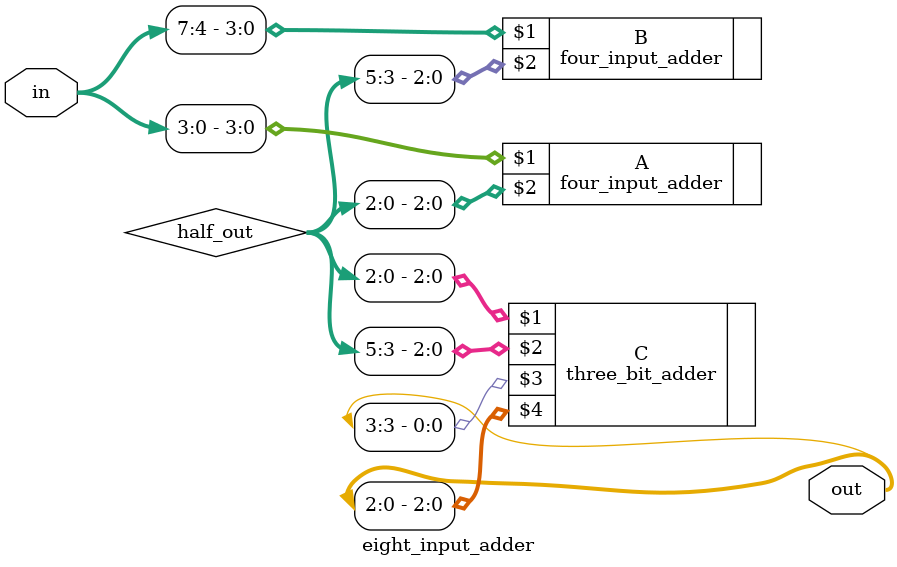
<source format=sv>
module eight_input_adder(in, out);
input wire [7:0] in;
output logic [3:0] out;

wire [5:0] half_out;

four_input_adder A(in[3:0],half_out[2:0]);
four_input_adder B(in[7:4], half_out[5:3]);
three_bit_adder C(half_out[2:0], half_out[5:3], out[3], out[2:0]);

endmodule
</source>
